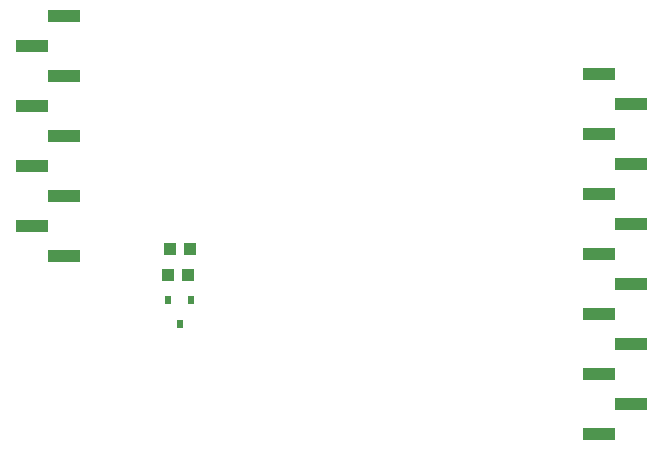
<source format=gbr>
G04 EAGLE Gerber RS-274X export*
G75*
%MOMM*%
%FSLAX34Y34*%
%LPD*%
%INSolderpaste Bottom*%
%IPPOS*%
%AMOC8*
5,1,8,0,0,1.08239X$1,22.5*%
G01*
%ADD10R,0.560000X0.730000*%
%ADD11R,1.000000X1.100000*%
%ADD12R,2.700000X1.020000*%


D10*
X291623Y371058D03*
X301123Y391058D03*
X282123Y391058D03*
D11*
X281500Y412000D03*
X298500Y412000D03*
X300500Y434000D03*
X283500Y434000D03*
D12*
X646500Y531600D03*
X646500Y480800D03*
X673500Y506200D03*
X673500Y455400D03*
X673500Y557000D03*
X646500Y582400D03*
X646500Y379200D03*
X646500Y328400D03*
X673500Y353800D03*
X673500Y303000D03*
X673500Y404600D03*
X646500Y430000D03*
X646500Y277600D03*
X193500Y479200D03*
X193500Y530000D03*
X166500Y504600D03*
X166500Y555400D03*
X166500Y453800D03*
X193500Y428400D03*
X193500Y631600D03*
X166500Y606200D03*
X193500Y580800D03*
M02*

</source>
